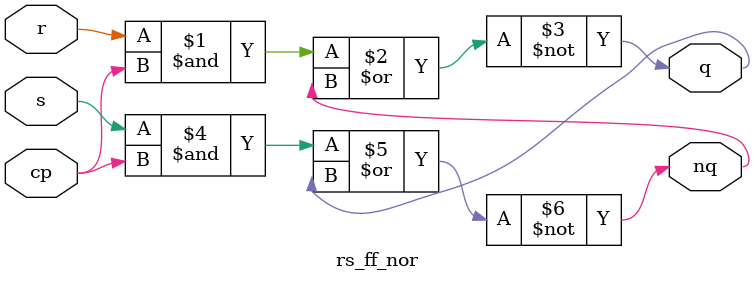
<source format=v>
`timescale 1ns / 1ps

module rs_ff_nor(
input r,s,cp,
output q,nq
    );
assign q=~((r&cp)|nq);
assign nq=~((s&cp)|q);
endmodule

</source>
